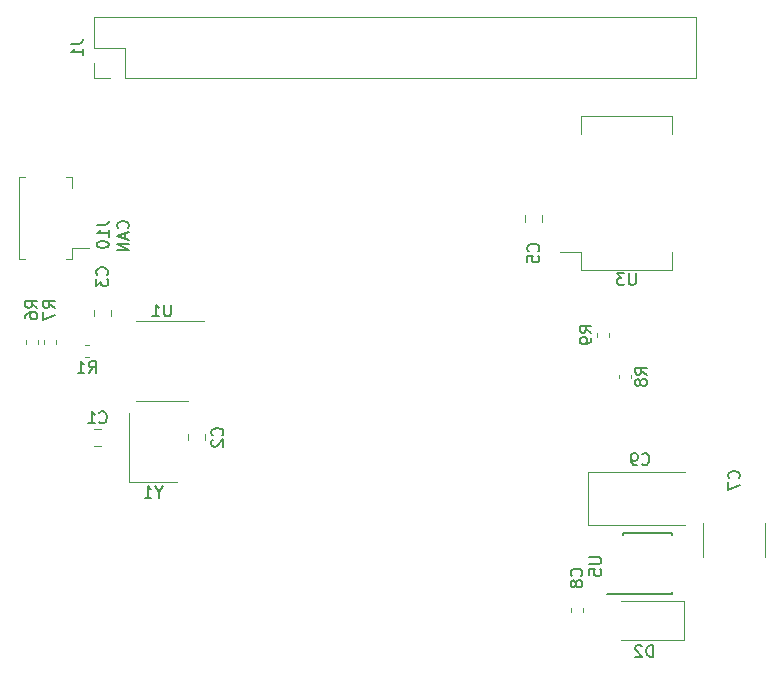
<source format=gbo>
%TF.GenerationSoftware,KiCad,Pcbnew,5.1.6*%
%TF.CreationDate,2020-09-14T14:33:22+02:00*%
%TF.ProjectId,pi-shield,70692d73-6869-4656-9c64-2e6b69636164,rev?*%
%TF.SameCoordinates,Original*%
%TF.FileFunction,Legend,Bot*%
%TF.FilePolarity,Positive*%
%FSLAX46Y46*%
G04 Gerber Fmt 4.6, Leading zero omitted, Abs format (unit mm)*
G04 Created by KiCad (PCBNEW 5.1.6) date 2020-09-14 14:33:22*
%MOMM*%
%LPD*%
G01*
G04 APERTURE LIST*
%ADD10C,0.150000*%
%ADD11C,0.120000*%
G04 APERTURE END LIST*
D10*
X46357142Y-55307023D02*
X46404761Y-55259404D01*
X46452380Y-55116547D01*
X46452380Y-55021309D01*
X46404761Y-54878452D01*
X46309523Y-54783214D01*
X46214285Y-54735595D01*
X46023809Y-54687976D01*
X45880952Y-54687976D01*
X45690476Y-54735595D01*
X45595238Y-54783214D01*
X45500000Y-54878452D01*
X45452380Y-55021309D01*
X45452380Y-55116547D01*
X45500000Y-55259404D01*
X45547619Y-55307023D01*
X46166666Y-55687976D02*
X46166666Y-56164166D01*
X46452380Y-55592738D02*
X45452380Y-55926071D01*
X46452380Y-56259404D01*
X46452380Y-56592738D02*
X45452380Y-56592738D01*
X46452380Y-57164166D01*
X45452380Y-57164166D01*
D11*
%TO.C,U1*%
X49250000Y-69885000D02*
X47050000Y-69885000D01*
X49250000Y-69885000D02*
X51450000Y-69885000D01*
X49250000Y-63115000D02*
X47050000Y-63115000D01*
X49250000Y-63115000D02*
X52850000Y-63115000D01*
%TO.C,C1*%
X44061252Y-73710000D02*
X43538748Y-73710000D01*
X44061252Y-72290000D02*
X43538748Y-72290000D01*
%TO.C,C2*%
X51490000Y-72738748D02*
X51490000Y-73261252D01*
X52910000Y-72738748D02*
X52910000Y-73261252D01*
%TO.C,C3*%
X43490000Y-62761252D02*
X43490000Y-62238748D01*
X44910000Y-62761252D02*
X44910000Y-62238748D01*
%TO.C,C5*%
X81460000Y-54736252D02*
X81460000Y-54213748D01*
X80040000Y-54736252D02*
X80040000Y-54213748D01*
%TO.C,J1*%
X43540000Y-37400000D02*
X43540000Y-40000000D01*
X43540000Y-37400000D02*
X94460000Y-37400000D01*
X94460000Y-37400000D02*
X94460000Y-42600000D01*
X46140000Y-42600000D02*
X94460000Y-42600000D01*
X46140000Y-40000000D02*
X46140000Y-42600000D01*
X43540000Y-40000000D02*
X46140000Y-40000000D01*
X43540000Y-42600000D02*
X44870000Y-42600000D01*
X43540000Y-41270000D02*
X43540000Y-42600000D01*
%TO.C,U3*%
X88600000Y-45790000D02*
X92460000Y-45790000D01*
X92460000Y-45790000D02*
X92460000Y-47295000D01*
X88600000Y-45790000D02*
X84740000Y-45790000D01*
X84740000Y-45790000D02*
X84740000Y-47295000D01*
X88600000Y-58810000D02*
X92460000Y-58810000D01*
X92460000Y-58810000D02*
X92460000Y-57305000D01*
X88600000Y-58810000D02*
X84740000Y-58810000D01*
X84740000Y-58810000D02*
X84740000Y-57305000D01*
X84740000Y-57305000D02*
X82925000Y-57305000D01*
%TO.C,C7*%
X100310000Y-83115748D02*
X100310000Y-80284252D01*
X95090000Y-83115748D02*
X95090000Y-80284252D01*
%TO.C,C8*%
X84910000Y-87771267D02*
X84910000Y-87428733D01*
X83890000Y-87771267D02*
X83890000Y-87428733D01*
%TO.C,C9*%
X93550000Y-80460000D02*
X85315000Y-80460000D01*
X85315000Y-80460000D02*
X85315000Y-75940000D01*
X85315000Y-75940000D02*
X93550000Y-75940000D01*
%TO.C,D2*%
X93500000Y-86850000D02*
X93500000Y-90150000D01*
X93500000Y-90150000D02*
X88100000Y-90150000D01*
X93500000Y-86850000D02*
X88100000Y-86850000D01*
D10*
%TO.C,U5*%
X88325000Y-86275000D02*
X88325000Y-86225000D01*
X92475000Y-86275000D02*
X92475000Y-86130000D01*
X92475000Y-81125000D02*
X92475000Y-81270000D01*
X88325000Y-81125000D02*
X88325000Y-81270000D01*
X88325000Y-86275000D02*
X92475000Y-86275000D01*
X88325000Y-81125000D02*
X92475000Y-81125000D01*
X88325000Y-86225000D02*
X86925000Y-86225000D01*
D11*
%TO.C,Y1*%
X50500000Y-76750000D02*
X46500000Y-76750000D01*
X46500000Y-76750000D02*
X46500000Y-70950000D01*
%TO.C,J10*%
X41160000Y-57885000D02*
X41610000Y-57885000D01*
X41610000Y-57885000D02*
X41610000Y-56935000D01*
X41610000Y-56935000D02*
X43100000Y-56935000D01*
X41160000Y-50915000D02*
X41610000Y-50915000D01*
X41610000Y-50915000D02*
X41610000Y-51865000D01*
X37640000Y-57885000D02*
X37190000Y-57885000D01*
X37190000Y-57885000D02*
X37190000Y-50915000D01*
X37190000Y-50915000D02*
X37640000Y-50915000D01*
%TO.C,R6*%
X38760000Y-65062779D02*
X38760000Y-64737221D01*
X37740000Y-65062779D02*
X37740000Y-64737221D01*
%TO.C,R7*%
X39240000Y-65062779D02*
X39240000Y-64737221D01*
X40260000Y-65062779D02*
X40260000Y-64737221D01*
%TO.C,R8*%
X87940000Y-68012779D02*
X87940000Y-67687221D01*
X88960000Y-68012779D02*
X88960000Y-67687221D01*
%TO.C,R9*%
X86090000Y-64137221D02*
X86090000Y-64462779D01*
X87110000Y-64137221D02*
X87110000Y-64462779D01*
%TO.C,R1*%
X42737221Y-65140000D02*
X43062779Y-65140000D01*
X42737221Y-66160000D02*
X43062779Y-66160000D01*
%TO.C,U1*%
D10*
X50011904Y-61752380D02*
X50011904Y-62561904D01*
X49964285Y-62657142D01*
X49916666Y-62704761D01*
X49821428Y-62752380D01*
X49630952Y-62752380D01*
X49535714Y-62704761D01*
X49488095Y-62657142D01*
X49440476Y-62561904D01*
X49440476Y-61752380D01*
X48440476Y-62752380D02*
X49011904Y-62752380D01*
X48726190Y-62752380D02*
X48726190Y-61752380D01*
X48821428Y-61895238D01*
X48916666Y-61990476D01*
X49011904Y-62038095D01*
%TO.C,C1*%
X43966666Y-71707142D02*
X44014285Y-71754761D01*
X44157142Y-71802380D01*
X44252380Y-71802380D01*
X44395238Y-71754761D01*
X44490476Y-71659523D01*
X44538095Y-71564285D01*
X44585714Y-71373809D01*
X44585714Y-71230952D01*
X44538095Y-71040476D01*
X44490476Y-70945238D01*
X44395238Y-70850000D01*
X44252380Y-70802380D01*
X44157142Y-70802380D01*
X44014285Y-70850000D01*
X43966666Y-70897619D01*
X43014285Y-71802380D02*
X43585714Y-71802380D01*
X43300000Y-71802380D02*
X43300000Y-70802380D01*
X43395238Y-70945238D01*
X43490476Y-71040476D01*
X43585714Y-71088095D01*
%TO.C,C2*%
X54357142Y-72833333D02*
X54404761Y-72785714D01*
X54452380Y-72642857D01*
X54452380Y-72547619D01*
X54404761Y-72404761D01*
X54309523Y-72309523D01*
X54214285Y-72261904D01*
X54023809Y-72214285D01*
X53880952Y-72214285D01*
X53690476Y-72261904D01*
X53595238Y-72309523D01*
X53500000Y-72404761D01*
X53452380Y-72547619D01*
X53452380Y-72642857D01*
X53500000Y-72785714D01*
X53547619Y-72833333D01*
X53547619Y-73214285D02*
X53500000Y-73261904D01*
X53452380Y-73357142D01*
X53452380Y-73595238D01*
X53500000Y-73690476D01*
X53547619Y-73738095D01*
X53642857Y-73785714D01*
X53738095Y-73785714D01*
X53880952Y-73738095D01*
X54452380Y-73166666D01*
X54452380Y-73785714D01*
%TO.C,C3*%
X44607142Y-59233333D02*
X44654761Y-59185714D01*
X44702380Y-59042857D01*
X44702380Y-58947619D01*
X44654761Y-58804761D01*
X44559523Y-58709523D01*
X44464285Y-58661904D01*
X44273809Y-58614285D01*
X44130952Y-58614285D01*
X43940476Y-58661904D01*
X43845238Y-58709523D01*
X43750000Y-58804761D01*
X43702380Y-58947619D01*
X43702380Y-59042857D01*
X43750000Y-59185714D01*
X43797619Y-59233333D01*
X43702380Y-59566666D02*
X43702380Y-60185714D01*
X44083333Y-59852380D01*
X44083333Y-59995238D01*
X44130952Y-60090476D01*
X44178571Y-60138095D01*
X44273809Y-60185714D01*
X44511904Y-60185714D01*
X44607142Y-60138095D01*
X44654761Y-60090476D01*
X44702380Y-59995238D01*
X44702380Y-59709523D01*
X44654761Y-59614285D01*
X44607142Y-59566666D01*
%TO.C,C5*%
X81107142Y-57233333D02*
X81154761Y-57185714D01*
X81202380Y-57042857D01*
X81202380Y-56947619D01*
X81154761Y-56804761D01*
X81059523Y-56709523D01*
X80964285Y-56661904D01*
X80773809Y-56614285D01*
X80630952Y-56614285D01*
X80440476Y-56661904D01*
X80345238Y-56709523D01*
X80250000Y-56804761D01*
X80202380Y-56947619D01*
X80202380Y-57042857D01*
X80250000Y-57185714D01*
X80297619Y-57233333D01*
X80202380Y-58138095D02*
X80202380Y-57661904D01*
X80678571Y-57614285D01*
X80630952Y-57661904D01*
X80583333Y-57757142D01*
X80583333Y-57995238D01*
X80630952Y-58090476D01*
X80678571Y-58138095D01*
X80773809Y-58185714D01*
X81011904Y-58185714D01*
X81107142Y-58138095D01*
X81154761Y-58090476D01*
X81202380Y-57995238D01*
X81202380Y-57757142D01*
X81154761Y-57661904D01*
X81107142Y-57614285D01*
%TO.C,J1*%
X41552380Y-39666666D02*
X42266666Y-39666666D01*
X42409523Y-39619047D01*
X42504761Y-39523809D01*
X42552380Y-39380952D01*
X42552380Y-39285714D01*
X42552380Y-40666666D02*
X42552380Y-40095238D01*
X42552380Y-40380952D02*
X41552380Y-40380952D01*
X41695238Y-40285714D01*
X41790476Y-40190476D01*
X41838095Y-40095238D01*
%TO.C,U3*%
X89361904Y-59102380D02*
X89361904Y-59911904D01*
X89314285Y-60007142D01*
X89266666Y-60054761D01*
X89171428Y-60102380D01*
X88980952Y-60102380D01*
X88885714Y-60054761D01*
X88838095Y-60007142D01*
X88790476Y-59911904D01*
X88790476Y-59102380D01*
X88409523Y-59102380D02*
X87790476Y-59102380D01*
X88123809Y-59483333D01*
X87980952Y-59483333D01*
X87885714Y-59530952D01*
X87838095Y-59578571D01*
X87790476Y-59673809D01*
X87790476Y-59911904D01*
X87838095Y-60007142D01*
X87885714Y-60054761D01*
X87980952Y-60102380D01*
X88266666Y-60102380D01*
X88361904Y-60054761D01*
X88409523Y-60007142D01*
%TO.C,C7*%
X98107142Y-76483333D02*
X98154761Y-76435714D01*
X98202380Y-76292857D01*
X98202380Y-76197619D01*
X98154761Y-76054761D01*
X98059523Y-75959523D01*
X97964285Y-75911904D01*
X97773809Y-75864285D01*
X97630952Y-75864285D01*
X97440476Y-75911904D01*
X97345238Y-75959523D01*
X97250000Y-76054761D01*
X97202380Y-76197619D01*
X97202380Y-76292857D01*
X97250000Y-76435714D01*
X97297619Y-76483333D01*
X97202380Y-76816666D02*
X97202380Y-77483333D01*
X98202380Y-77054761D01*
%TO.C,C8*%
X84757142Y-84733333D02*
X84804761Y-84685714D01*
X84852380Y-84542857D01*
X84852380Y-84447619D01*
X84804761Y-84304761D01*
X84709523Y-84209523D01*
X84614285Y-84161904D01*
X84423809Y-84114285D01*
X84280952Y-84114285D01*
X84090476Y-84161904D01*
X83995238Y-84209523D01*
X83900000Y-84304761D01*
X83852380Y-84447619D01*
X83852380Y-84542857D01*
X83900000Y-84685714D01*
X83947619Y-84733333D01*
X84280952Y-85304761D02*
X84233333Y-85209523D01*
X84185714Y-85161904D01*
X84090476Y-85114285D01*
X84042857Y-85114285D01*
X83947619Y-85161904D01*
X83900000Y-85209523D01*
X83852380Y-85304761D01*
X83852380Y-85495238D01*
X83900000Y-85590476D01*
X83947619Y-85638095D01*
X84042857Y-85685714D01*
X84090476Y-85685714D01*
X84185714Y-85638095D01*
X84233333Y-85590476D01*
X84280952Y-85495238D01*
X84280952Y-85304761D01*
X84328571Y-85209523D01*
X84376190Y-85161904D01*
X84471428Y-85114285D01*
X84661904Y-85114285D01*
X84757142Y-85161904D01*
X84804761Y-85209523D01*
X84852380Y-85304761D01*
X84852380Y-85495238D01*
X84804761Y-85590476D01*
X84757142Y-85638095D01*
X84661904Y-85685714D01*
X84471428Y-85685714D01*
X84376190Y-85638095D01*
X84328571Y-85590476D01*
X84280952Y-85495238D01*
%TO.C,C9*%
X89916666Y-75257142D02*
X89964285Y-75304761D01*
X90107142Y-75352380D01*
X90202380Y-75352380D01*
X90345238Y-75304761D01*
X90440476Y-75209523D01*
X90488095Y-75114285D01*
X90535714Y-74923809D01*
X90535714Y-74780952D01*
X90488095Y-74590476D01*
X90440476Y-74495238D01*
X90345238Y-74400000D01*
X90202380Y-74352380D01*
X90107142Y-74352380D01*
X89964285Y-74400000D01*
X89916666Y-74447619D01*
X89440476Y-75352380D02*
X89250000Y-75352380D01*
X89154761Y-75304761D01*
X89107142Y-75257142D01*
X89011904Y-75114285D01*
X88964285Y-74923809D01*
X88964285Y-74542857D01*
X89011904Y-74447619D01*
X89059523Y-74400000D01*
X89154761Y-74352380D01*
X89345238Y-74352380D01*
X89440476Y-74400000D01*
X89488095Y-74447619D01*
X89535714Y-74542857D01*
X89535714Y-74780952D01*
X89488095Y-74876190D01*
X89440476Y-74923809D01*
X89345238Y-74971428D01*
X89154761Y-74971428D01*
X89059523Y-74923809D01*
X89011904Y-74876190D01*
X88964285Y-74780952D01*
%TO.C,D2*%
X90838095Y-91602380D02*
X90838095Y-90602380D01*
X90600000Y-90602380D01*
X90457142Y-90650000D01*
X90361904Y-90745238D01*
X90314285Y-90840476D01*
X90266666Y-91030952D01*
X90266666Y-91173809D01*
X90314285Y-91364285D01*
X90361904Y-91459523D01*
X90457142Y-91554761D01*
X90600000Y-91602380D01*
X90838095Y-91602380D01*
X89885714Y-90697619D02*
X89838095Y-90650000D01*
X89742857Y-90602380D01*
X89504761Y-90602380D01*
X89409523Y-90650000D01*
X89361904Y-90697619D01*
X89314285Y-90792857D01*
X89314285Y-90888095D01*
X89361904Y-91030952D01*
X89933333Y-91602380D01*
X89314285Y-91602380D01*
%TO.C,U5*%
X85452380Y-83138095D02*
X86261904Y-83138095D01*
X86357142Y-83185714D01*
X86404761Y-83233333D01*
X86452380Y-83328571D01*
X86452380Y-83519047D01*
X86404761Y-83614285D01*
X86357142Y-83661904D01*
X86261904Y-83709523D01*
X85452380Y-83709523D01*
X85452380Y-84661904D02*
X85452380Y-84185714D01*
X85928571Y-84138095D01*
X85880952Y-84185714D01*
X85833333Y-84280952D01*
X85833333Y-84519047D01*
X85880952Y-84614285D01*
X85928571Y-84661904D01*
X86023809Y-84709523D01*
X86261904Y-84709523D01*
X86357142Y-84661904D01*
X86404761Y-84614285D01*
X86452380Y-84519047D01*
X86452380Y-84280952D01*
X86404761Y-84185714D01*
X86357142Y-84138095D01*
%TO.C,Y1*%
X48976190Y-77626190D02*
X48976190Y-78102380D01*
X49309523Y-77102380D02*
X48976190Y-77626190D01*
X48642857Y-77102380D01*
X47785714Y-78102380D02*
X48357142Y-78102380D01*
X48071428Y-78102380D02*
X48071428Y-77102380D01*
X48166666Y-77245238D01*
X48261904Y-77340476D01*
X48357142Y-77388095D01*
%TO.C,J10*%
X43752380Y-55021309D02*
X44466666Y-55021309D01*
X44609523Y-54973690D01*
X44704761Y-54878452D01*
X44752380Y-54735595D01*
X44752380Y-54640357D01*
X44752380Y-56021309D02*
X44752380Y-55449880D01*
X44752380Y-55735595D02*
X43752380Y-55735595D01*
X43895238Y-55640357D01*
X43990476Y-55545119D01*
X44038095Y-55449880D01*
X43752380Y-56640357D02*
X43752380Y-56735595D01*
X43800000Y-56830833D01*
X43847619Y-56878452D01*
X43942857Y-56926071D01*
X44133333Y-56973690D01*
X44371428Y-56973690D01*
X44561904Y-56926071D01*
X44657142Y-56878452D01*
X44704761Y-56830833D01*
X44752380Y-56735595D01*
X44752380Y-56640357D01*
X44704761Y-56545119D01*
X44657142Y-56497500D01*
X44561904Y-56449880D01*
X44371428Y-56402261D01*
X44133333Y-56402261D01*
X43942857Y-56449880D01*
X43847619Y-56497500D01*
X43800000Y-56545119D01*
X43752380Y-56640357D01*
%TO.C,R6*%
X38702380Y-62033333D02*
X38226190Y-61700000D01*
X38702380Y-61461904D02*
X37702380Y-61461904D01*
X37702380Y-61842857D01*
X37750000Y-61938095D01*
X37797619Y-61985714D01*
X37892857Y-62033333D01*
X38035714Y-62033333D01*
X38130952Y-61985714D01*
X38178571Y-61938095D01*
X38226190Y-61842857D01*
X38226190Y-61461904D01*
X37702380Y-62890476D02*
X37702380Y-62700000D01*
X37750000Y-62604761D01*
X37797619Y-62557142D01*
X37940476Y-62461904D01*
X38130952Y-62414285D01*
X38511904Y-62414285D01*
X38607142Y-62461904D01*
X38654761Y-62509523D01*
X38702380Y-62604761D01*
X38702380Y-62795238D01*
X38654761Y-62890476D01*
X38607142Y-62938095D01*
X38511904Y-62985714D01*
X38273809Y-62985714D01*
X38178571Y-62938095D01*
X38130952Y-62890476D01*
X38083333Y-62795238D01*
X38083333Y-62604761D01*
X38130952Y-62509523D01*
X38178571Y-62461904D01*
X38273809Y-62414285D01*
%TO.C,R7*%
X40202380Y-62033333D02*
X39726190Y-61700000D01*
X40202380Y-61461904D02*
X39202380Y-61461904D01*
X39202380Y-61842857D01*
X39250000Y-61938095D01*
X39297619Y-61985714D01*
X39392857Y-62033333D01*
X39535714Y-62033333D01*
X39630952Y-61985714D01*
X39678571Y-61938095D01*
X39726190Y-61842857D01*
X39726190Y-61461904D01*
X39202380Y-62366666D02*
X39202380Y-63033333D01*
X40202380Y-62604761D01*
%TO.C,R8*%
X90332380Y-67683333D02*
X89856190Y-67350000D01*
X90332380Y-67111904D02*
X89332380Y-67111904D01*
X89332380Y-67492857D01*
X89380000Y-67588095D01*
X89427619Y-67635714D01*
X89522857Y-67683333D01*
X89665714Y-67683333D01*
X89760952Y-67635714D01*
X89808571Y-67588095D01*
X89856190Y-67492857D01*
X89856190Y-67111904D01*
X89760952Y-68254761D02*
X89713333Y-68159523D01*
X89665714Y-68111904D01*
X89570476Y-68064285D01*
X89522857Y-68064285D01*
X89427619Y-68111904D01*
X89380000Y-68159523D01*
X89332380Y-68254761D01*
X89332380Y-68445238D01*
X89380000Y-68540476D01*
X89427619Y-68588095D01*
X89522857Y-68635714D01*
X89570476Y-68635714D01*
X89665714Y-68588095D01*
X89713333Y-68540476D01*
X89760952Y-68445238D01*
X89760952Y-68254761D01*
X89808571Y-68159523D01*
X89856190Y-68111904D01*
X89951428Y-68064285D01*
X90141904Y-68064285D01*
X90237142Y-68111904D01*
X90284761Y-68159523D01*
X90332380Y-68254761D01*
X90332380Y-68445238D01*
X90284761Y-68540476D01*
X90237142Y-68588095D01*
X90141904Y-68635714D01*
X89951428Y-68635714D01*
X89856190Y-68588095D01*
X89808571Y-68540476D01*
X89760952Y-68445238D01*
%TO.C,R9*%
X85622380Y-64133333D02*
X85146190Y-63800000D01*
X85622380Y-63561904D02*
X84622380Y-63561904D01*
X84622380Y-63942857D01*
X84670000Y-64038095D01*
X84717619Y-64085714D01*
X84812857Y-64133333D01*
X84955714Y-64133333D01*
X85050952Y-64085714D01*
X85098571Y-64038095D01*
X85146190Y-63942857D01*
X85146190Y-63561904D01*
X85622380Y-64609523D02*
X85622380Y-64800000D01*
X85574761Y-64895238D01*
X85527142Y-64942857D01*
X85384285Y-65038095D01*
X85193809Y-65085714D01*
X84812857Y-65085714D01*
X84717619Y-65038095D01*
X84670000Y-64990476D01*
X84622380Y-64895238D01*
X84622380Y-64704761D01*
X84670000Y-64609523D01*
X84717619Y-64561904D01*
X84812857Y-64514285D01*
X85050952Y-64514285D01*
X85146190Y-64561904D01*
X85193809Y-64609523D01*
X85241428Y-64704761D01*
X85241428Y-64895238D01*
X85193809Y-64990476D01*
X85146190Y-65038095D01*
X85050952Y-65085714D01*
%TO.C,R1*%
X43066666Y-67532380D02*
X43400000Y-67056190D01*
X43638095Y-67532380D02*
X43638095Y-66532380D01*
X43257142Y-66532380D01*
X43161904Y-66580000D01*
X43114285Y-66627619D01*
X43066666Y-66722857D01*
X43066666Y-66865714D01*
X43114285Y-66960952D01*
X43161904Y-67008571D01*
X43257142Y-67056190D01*
X43638095Y-67056190D01*
X42114285Y-67532380D02*
X42685714Y-67532380D01*
X42400000Y-67532380D02*
X42400000Y-66532380D01*
X42495238Y-66675238D01*
X42590476Y-66770476D01*
X42685714Y-66818095D01*
%TD*%
M02*

</source>
